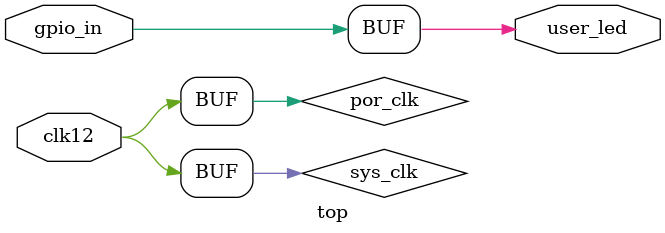
<source format=v>
/* Machine-generated using Migen */
module top(
	input gpio_in,
	output user_led,
	input clk12
);

wire sys_clk;
wire sys_rst;
wire por_clk;
reg int_rst = 1'd1;

// synthesis translate_off
reg dummy_s;
initial dummy_s <= 1'd0;
// synthesis translate_on

assign user_led = gpio_in;
assign sys_clk = clk12;
assign por_clk = clk12;
assign sys_rst = int_rst;

always @(posedge por_clk) begin
	int_rst <= 1'd0;
end

endmodule

</source>
